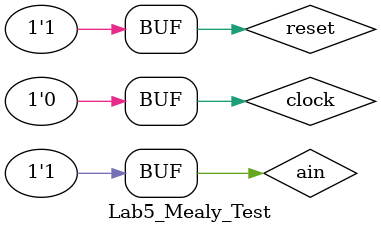
<source format=v>
`timescale 1ns / 1ps

module Lab5_Mealy_Test();
    reg clock;
	reg reset;
	reg ain;
	wire [3:0] count;
	wire yout;
 
    Lab5_Mealy DUT (.clock(clock), .reset(reset), .ain(ain), .count(count), .yout(yout));   
    

    initial begin
        #0  clock=0; reset=1; ain=0; //0
        #5  clock=1; reset=1; ain=0;  //5
        #5  clock=0; reset=1; ain=0;  //10
        #5  clock=1; reset=1; ain=0;  //15
        #5  clock=0; reset=0; ain=0;  //20 
        #5  clock=1; reset=0; ain=0;  //25
        #5  clock=0; reset=0; ain=0;  //30
        #5  clock=1; reset=0; ain=0;  //35
        #5  clock=0; reset=0; ain=1;  //40
        #5  clock=1; reset=0; ain=1;  //45
        #5  clock=0; reset=0; ain=1;  //50
        #5  clock=1; reset=0; ain=1;  //55
        #5  clock=0; reset=0; ain=0;  //60
        #5  clock=1; reset=0; ain=0;  //65
        #5  clock=0; reset=0; ain=0;  //70
        #5  clock=1; reset=0; ain=0;  //75
        #5  clock=0; reset=0; ain=0; //80
        #5  clock=1; reset=0; ain=0;  //85
        #5  clock=0; reset=0; ain=0;  //90
        #5  clock=1; reset=0; ain=0;  //95
        #5  clock=0; reset=0; ain=0;  //100
        #5  clock=1; reset=0; ain=0;  //105
        #5  clock=0; reset=0; ain=0;  //110
        #5  clock=1; reset=0; ain=0;  //115
        #5  clock=0; reset=0; ain=1;  //120
        #5  clock=1; reset=0; ain=1;  //125
        #5  clock=0; reset=0; ain=1;  //130
        #5  clock=1; reset=0; ain=1;  //135
        #5  clock=0; reset=0; ain=1;  //140
        #5  clock=1; reset=0; ain=1;  //145
        #5  clock=0; reset=0; ain=1;  //150
        #5  clock=1; reset=0; ain=1;  //155
        #5  clock=0; reset=0; ain=0;  //160
        #5  clock=1; reset=0; ain=0;  //165
        #5  clock=0; reset=0; ain=0;  //170
        #5  clock=1; reset=0; ain=0;  //175
        #5  clock=0; reset=0; ain=1;  //180
        #5  clock=1; reset=0; ain=1;  //185
        #5  clock=0; reset=1; ain=1;  //190
        #5  clock=1; reset=1; ain=1;  //195
        #5  clock=0; reset=1; ain=1;  //200

       
    end

endmodule
</source>
